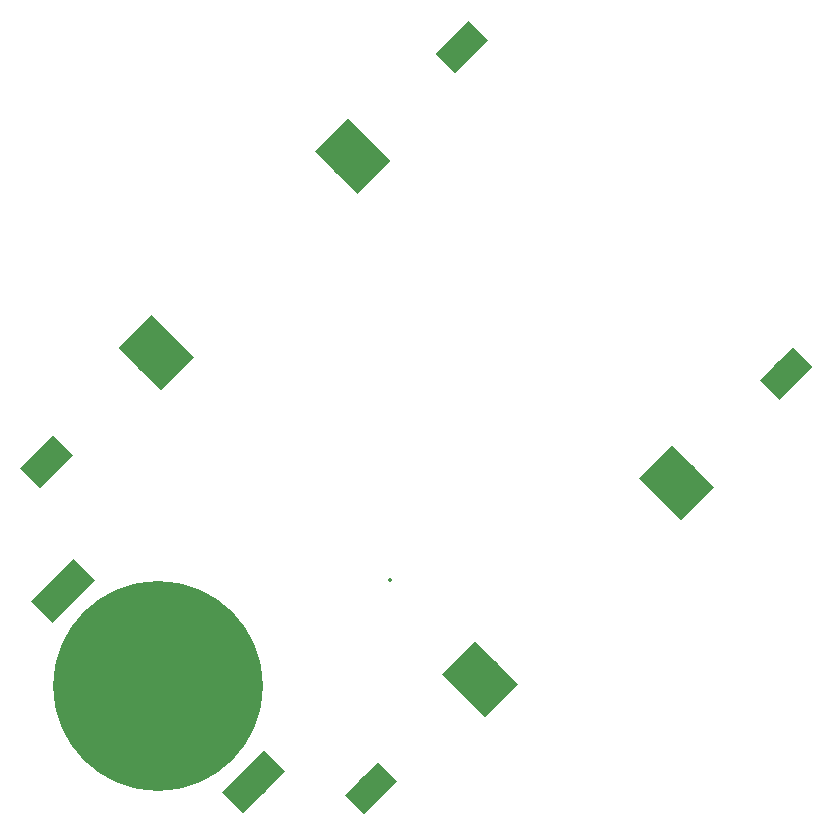
<source format=gbp>
G04 #@! TF.GenerationSoftware,KiCad,Pcbnew,(2017-07-14 revision d3b382c)-master*
G04 #@! TF.CreationDate,2017-07-17T01:29:14+02:00*
G04 #@! TF.ProjectId,Bornhack Make Tradition Badge,426F726E6861636B204D616B65205472,rev?*
G04 #@! TF.SameCoordinates,Original
G04 #@! TF.FileFunction,Paste,Bot*
G04 #@! TF.FilePolarity,Positive*
%FSLAX46Y46*%
G04 Gerber Fmt 4.6, Leading zero omitted, Abs format (unit mm)*
G04 Created by KiCad (PCBNEW (2017-07-14 revision d3b382c)-master) date Monday, July 17, 2017 'AMt' 01:29:14 AM*
%MOMM*%
%LPD*%
G01*
G04 APERTURE LIST*
%ADD10C,0.150000*%
%ADD11C,2.540000*%
%ADD12C,0.100000*%
%ADD13C,17.780000*%
%ADD14C,3.960000*%
%ADD15C,2.340000*%
G04 APERTURE END LIST*
D10*
X85812924Y-125630447D02*
G75*
G03X85812924Y-125630447I-141421J0D01*
G01*
D11*
X74122231Y-142702231D03*
D12*
G36*
X76816308Y-141804205D02*
X73224205Y-145396308D01*
X71428154Y-143600257D01*
X75020257Y-140008154D01*
X76816308Y-141804205D01*
X76816308Y-141804205D01*
G37*
D11*
X57957769Y-126537769D03*
D12*
G36*
X60651846Y-125639743D02*
X57059743Y-129231846D01*
X55263692Y-127435795D01*
X58855795Y-123843692D01*
X60651846Y-125639743D01*
X60651846Y-125639743D01*
G37*
D13*
X66040000Y-134620000D03*
D14*
X93300000Y-134000000D03*
D12*
G36*
X96496123Y-134395980D02*
X93695980Y-137196123D01*
X90103877Y-133604020D01*
X92904020Y-130803877D01*
X96496123Y-134395980D01*
X96496123Y-134395980D01*
G37*
D14*
X109931152Y-117368848D03*
D12*
G36*
X113127275Y-117764828D02*
X110327132Y-120564971D01*
X106735029Y-116972868D01*
X109535172Y-114172725D01*
X113127275Y-117764828D01*
X113127275Y-117764828D01*
G37*
D15*
X84051044Y-143248956D03*
D12*
G36*
X86278430Y-142676200D02*
X83478288Y-145476342D01*
X81823658Y-143821712D01*
X84623800Y-141021570D01*
X86278430Y-142676200D01*
X86278430Y-142676200D01*
G37*
D15*
X119180108Y-108119892D03*
D12*
G36*
X121407494Y-107547136D02*
X118607352Y-110347278D01*
X116952722Y-108692648D01*
X119752864Y-105892506D01*
X121407494Y-107547136D01*
X121407494Y-107547136D01*
G37*
D15*
X91732532Y-80479468D03*
D12*
G36*
X93959918Y-79906712D02*
X91159776Y-82706854D01*
X89505146Y-81052224D01*
X92305288Y-78252082D01*
X93959918Y-79906712D01*
X93959918Y-79906712D01*
G37*
D15*
X56603468Y-115608532D03*
D12*
G36*
X58830854Y-115035776D02*
X56030712Y-117835918D01*
X54376082Y-116181288D01*
X57176224Y-113381146D01*
X58830854Y-115035776D01*
X58830854Y-115035776D01*
G37*
D14*
X82483576Y-89728424D03*
D12*
G36*
X85679699Y-90124404D02*
X82879556Y-92924547D01*
X79287453Y-89332444D01*
X82087596Y-86532301D01*
X85679699Y-90124404D01*
X85679699Y-90124404D01*
G37*
D14*
X65852424Y-106359576D03*
D12*
G36*
X69048547Y-106755556D02*
X66248404Y-109555699D01*
X62656301Y-105963596D01*
X65456444Y-103163453D01*
X69048547Y-106755556D01*
X69048547Y-106755556D01*
G37*
M02*

</source>
